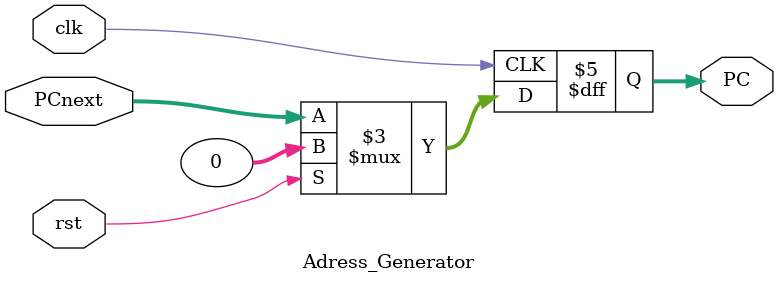
<source format=v>
`timescale 1ns/1ns
module Adress_Generator (
     input rst,clk,input[31:0]PCnext,
    output reg [31:0] PC
);
    always @(posedge clk) begin
        if (rst)
            PC <= 32'd0;
        else
            PC <= PCnext;    
    end 
endmodule

</source>
